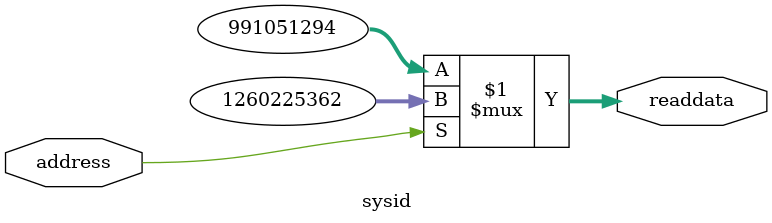
<source format=v>

`timescale 1ns / 1ps
// synthesis translate_on

// turn off superfluous verilog processor warnings 
// altera message_level Level1 
// altera message_off 10034 10035 10036 10037 10230 10240 10030 

module sysid (
               // inputs:
                address,

               // outputs:
                readdata
             )
;

  output  [ 31: 0] readdata;
  input            address;

  wire    [ 31: 0] readdata;
  //control_slave, which is an e_avalon_slave
  assign readdata = address ? 1260225362 : 991051294;

endmodule


</source>
